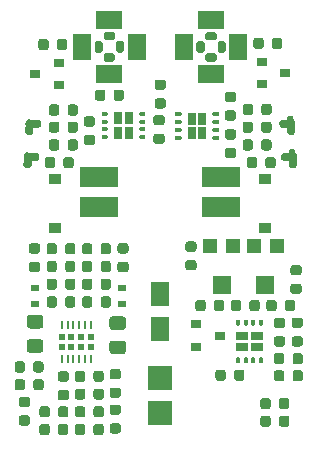
<source format=gtp>
G04 #@! TF.GenerationSoftware,KiCad,Pcbnew,5.1.9-73d0e3b20d~88~ubuntu20.04.1*
G04 #@! TF.CreationDate,2021-06-04T11:55:54+03:00*
G04 #@! TF.ProjectId,differential-tweezer,64696666-6572-4656-9e74-69616c2d7477,rev?*
G04 #@! TF.SameCoordinates,Original*
G04 #@! TF.FileFunction,Paste,Top*
G04 #@! TF.FilePolarity,Positive*
%FSLAX46Y46*%
G04 Gerber Fmt 4.6, Leading zero omitted, Abs format (unit mm)*
G04 Created by KiCad (PCBNEW 5.1.9-73d0e3b20d~88~ubuntu20.04.1) date 2021-06-04 11:55:54*
%MOMM*%
%LPD*%
G01*
G04 APERTURE LIST*
%ADD10R,0.900000X0.800000*%
%ADD11R,1.500000X2.200000*%
%ADD12R,2.200000X1.500000*%
%ADD13R,2.000000X2.000000*%
%ADD14R,1.500000X2.000000*%
%ADD15R,3.200000X1.800000*%
%ADD16R,0.700000X0.600000*%
%ADD17O,0.300000X0.550000*%
%ADD18R,0.300000X0.200000*%
%ADD19R,1.000000X0.650000*%
%ADD20O,0.550000X0.300000*%
%ADD21R,0.200000X0.300000*%
%ADD22R,0.650000X1.000000*%
%ADD23R,0.500000X0.500000*%
%ADD24R,0.250000X0.700000*%
%ADD25R,1.600000X1.500000*%
%ADD26R,1.200000X1.200000*%
%ADD27R,1.000000X0.850000*%
G04 APERTURE END LIST*
G04 #@! TO.C,C21*
G36*
G01*
X10050000Y-8256250D02*
X10050000Y-7743750D01*
G75*
G02*
X10268750Y-7525000I218750J0D01*
G01*
X10706250Y-7525000D01*
G75*
G02*
X10925000Y-7743750I0J-218750D01*
G01*
X10925000Y-8256250D01*
G75*
G02*
X10706250Y-8475000I-218750J0D01*
G01*
X10268750Y-8475000D01*
G75*
G02*
X10050000Y-8256250I0J218750D01*
G01*
G37*
G36*
G01*
X8475000Y-8256250D02*
X8475000Y-7743750D01*
G75*
G02*
X8693750Y-7525000I218750J0D01*
G01*
X9131250Y-7525000D01*
G75*
G02*
X9350000Y-7743750I0J-218750D01*
G01*
X9350000Y-8256250D01*
G75*
G02*
X9131250Y-8475000I-218750J0D01*
G01*
X8693750Y-8475000D01*
G75*
G02*
X8475000Y-8256250I0J218750D01*
G01*
G37*
G04 #@! TD*
G04 #@! TO.C,C20*
G36*
G01*
X14256250Y-7550000D02*
X13743750Y-7550000D01*
G75*
G02*
X13525000Y-7331250I0J218750D01*
G01*
X13525000Y-6893750D01*
G75*
G02*
X13743750Y-6675000I218750J0D01*
G01*
X14256250Y-6675000D01*
G75*
G02*
X14475000Y-6893750I0J-218750D01*
G01*
X14475000Y-7331250D01*
G75*
G02*
X14256250Y-7550000I-218750J0D01*
G01*
G37*
G36*
G01*
X14256250Y-9125000D02*
X13743750Y-9125000D01*
G75*
G02*
X13525000Y-8906250I0J218750D01*
G01*
X13525000Y-8468750D01*
G75*
G02*
X13743750Y-8250000I218750J0D01*
G01*
X14256250Y-8250000D01*
G75*
G02*
X14475000Y-8468750I0J-218750D01*
G01*
X14475000Y-8906250D01*
G75*
G02*
X14256250Y-9125000I-218750J0D01*
G01*
G37*
G04 #@! TD*
D10*
G04 #@! TO.C,D6*
X19050000Y-28350000D03*
X17050000Y-29300000D03*
X17050000Y-27400000D03*
G04 #@! TD*
D11*
G04 #@! TO.C,J8*
X7400000Y-3900000D03*
D12*
X9700000Y-6200000D03*
D11*
X12000000Y-3900000D03*
G36*
G01*
X9375000Y-2650000D02*
X10025000Y-2650000D01*
G75*
G02*
X10200000Y-2825000I0J-175000D01*
G01*
X10200000Y-3175000D01*
G75*
G02*
X10025000Y-3350000I-175000J0D01*
G01*
X9375000Y-3350000D01*
G75*
G02*
X9200000Y-3175000I0J175000D01*
G01*
X9200000Y-2825000D01*
G75*
G02*
X9375000Y-2650000I175000J0D01*
G01*
G37*
G36*
G01*
X9150000Y-3575000D02*
X9150000Y-4225000D01*
G75*
G02*
X8975000Y-4400000I-175000J0D01*
G01*
X8625000Y-4400000D01*
G75*
G02*
X8450000Y-4225000I0J175000D01*
G01*
X8450000Y-3575000D01*
G75*
G02*
X8625000Y-3400000I175000J0D01*
G01*
X8975000Y-3400000D01*
G75*
G02*
X9150000Y-3575000I0J-175000D01*
G01*
G37*
G36*
G01*
X9375000Y-4450000D02*
X10025000Y-4450000D01*
G75*
G02*
X10200000Y-4625000I0J-175000D01*
G01*
X10200000Y-4975000D01*
G75*
G02*
X10025000Y-5150000I-175000J0D01*
G01*
X9375000Y-5150000D01*
G75*
G02*
X9200000Y-4975000I0J175000D01*
G01*
X9200000Y-4625000D01*
G75*
G02*
X9375000Y-4450000I175000J0D01*
G01*
G37*
D12*
X9700000Y-1600000D03*
G36*
G01*
X10950000Y-3575000D02*
X10950000Y-4225000D01*
G75*
G02*
X10775000Y-4400000I-175000J0D01*
G01*
X10425000Y-4400000D01*
G75*
G02*
X10250000Y-4225000I0J175000D01*
G01*
X10250000Y-3575000D01*
G75*
G02*
X10425000Y-3400000I175000J0D01*
G01*
X10775000Y-3400000D01*
G75*
G02*
X10950000Y-3575000I0J-175000D01*
G01*
G37*
G04 #@! TD*
G04 #@! TO.C,L4*
G36*
G01*
X3850001Y-27750000D02*
X2949999Y-27750000D01*
G75*
G02*
X2700000Y-27500001I0J249999D01*
G01*
X2700000Y-26849999D01*
G75*
G02*
X2949999Y-26600000I249999J0D01*
G01*
X3850001Y-26600000D01*
G75*
G02*
X4100000Y-26849999I0J-249999D01*
G01*
X4100000Y-27500001D01*
G75*
G02*
X3850001Y-27750000I-249999J0D01*
G01*
G37*
G36*
G01*
X3850001Y-29800000D02*
X2949999Y-29800000D01*
G75*
G02*
X2700000Y-29550001I0J249999D01*
G01*
X2700000Y-28899999D01*
G75*
G02*
X2949999Y-28650000I249999J0D01*
G01*
X3850001Y-28650000D01*
G75*
G02*
X4100000Y-28899999I0J-249999D01*
G01*
X4100000Y-29550001D01*
G75*
G02*
X3850001Y-29800000I-249999J0D01*
G01*
G37*
G04 #@! TD*
G04 #@! TO.C,L3*
G36*
G01*
X10850001Y-27875000D02*
X9949999Y-27875000D01*
G75*
G02*
X9700000Y-27625001I0J249999D01*
G01*
X9700000Y-26974999D01*
G75*
G02*
X9949999Y-26725000I249999J0D01*
G01*
X10850001Y-26725000D01*
G75*
G02*
X11100000Y-26974999I0J-249999D01*
G01*
X11100000Y-27625001D01*
G75*
G02*
X10850001Y-27875000I-249999J0D01*
G01*
G37*
G36*
G01*
X10850001Y-29925000D02*
X9949999Y-29925000D01*
G75*
G02*
X9700000Y-29675001I0J249999D01*
G01*
X9700000Y-29024999D01*
G75*
G02*
X9949999Y-28775000I249999J0D01*
G01*
X10850001Y-28775000D01*
G75*
G02*
X11100000Y-29024999I0J-249999D01*
G01*
X11100000Y-29675001D01*
G75*
G02*
X10850001Y-29925000I-249999J0D01*
G01*
G37*
G04 #@! TD*
G04 #@! TO.C,C22*
G36*
G01*
X13643750Y-11250000D02*
X14156250Y-11250000D01*
G75*
G02*
X14375000Y-11468750I0J-218750D01*
G01*
X14375000Y-11906250D01*
G75*
G02*
X14156250Y-12125000I-218750J0D01*
G01*
X13643750Y-12125000D01*
G75*
G02*
X13425000Y-11906250I0J218750D01*
G01*
X13425000Y-11468750D01*
G75*
G02*
X13643750Y-11250000I218750J0D01*
G01*
G37*
G36*
G01*
X13643750Y-9675000D02*
X14156250Y-9675000D01*
G75*
G02*
X14375000Y-9893750I0J-218750D01*
G01*
X14375000Y-10331250D01*
G75*
G02*
X14156250Y-10550000I-218750J0D01*
G01*
X13643750Y-10550000D01*
G75*
G02*
X13425000Y-10331250I0J218750D01*
G01*
X13425000Y-9893750D01*
G75*
G02*
X13643750Y-9675000I218750J0D01*
G01*
G37*
G04 #@! TD*
D13*
G04 #@! TO.C,J2*
X14000000Y-31900000D03*
X14000000Y-34900000D03*
G04 #@! TD*
G04 #@! TO.C,J4*
G36*
G01*
X25299309Y-11332997D02*
X24899857Y-11353932D01*
G75*
G02*
X24847309Y-11306618I-2617J49931D01*
G01*
X24842075Y-11206755D01*
G75*
G02*
X24889389Y-11154207I49931J2617D01*
G01*
X25288841Y-11133272D01*
G75*
G02*
X25341389Y-11180586I2617J-49931D01*
G01*
X25346623Y-11280449D01*
G75*
G02*
X25299309Y-11332997I-49931J-2617D01*
G01*
G37*
G36*
G01*
X25270524Y-10783750D02*
X24871072Y-10804685D01*
G75*
G02*
X24818524Y-10757371I-2617J49931D01*
G01*
X24813290Y-10657508D01*
G75*
G02*
X24860604Y-10604960I49931J2617D01*
G01*
X25260056Y-10584025D01*
G75*
G02*
X25312604Y-10631339I2617J-49931D01*
G01*
X25317838Y-10731202D01*
G75*
G02*
X25270524Y-10783750I-49931J-2617D01*
G01*
G37*
G36*
G01*
X24111633Y-10644212D02*
X24090698Y-10244760D01*
G75*
G02*
X24138012Y-10192212I49931J2617D01*
G01*
X24237875Y-10186978D01*
G75*
G02*
X24290423Y-10234292I2617J-49931D01*
G01*
X24311358Y-10633744D01*
G75*
G02*
X24264044Y-10686292I-49931J-2617D01*
G01*
X24164181Y-10691526D01*
G75*
G02*
X24111633Y-10644212I-2617J49931D01*
G01*
G37*
G36*
G01*
X24891016Y-9752199D02*
X25140673Y-9739115D01*
G75*
G02*
X25272044Y-9857402I6542J-124829D01*
G01*
X25295595Y-10306786D01*
G75*
G02*
X25177308Y-10438157I-124829J-6542D01*
G01*
X24927651Y-10451241D01*
G75*
G02*
X24796280Y-10332954I-6542J124829D01*
G01*
X24772729Y-9883570D01*
G75*
G02*
X24891016Y-9752199I124829J6542D01*
G01*
G37*
G36*
G01*
X24110324Y-10619246D02*
X24092006Y-10269725D01*
G75*
G02*
X24257607Y-10085806I174760J9159D01*
G01*
X25206305Y-10036087D01*
G75*
G02*
X25390224Y-10201688I9159J-174760D01*
G01*
X25408542Y-10551209D01*
G75*
G02*
X25242941Y-10735128I-174760J-9159D01*
G01*
X24294243Y-10784847D01*
G75*
G02*
X24110324Y-10619246I-9159J174760D01*
G01*
G37*
G36*
G01*
X24856785Y-10054405D02*
X25206306Y-10036087D01*
G75*
G02*
X25390225Y-10201688I9159J-174760D01*
G01*
X25439944Y-11150386D01*
G75*
G02*
X25274343Y-11334305I-174760J-9159D01*
G01*
X24924822Y-11352623D01*
G75*
G02*
X24740903Y-11187022I-9159J174760D01*
G01*
X24691184Y-10238324D01*
G75*
G02*
X24856785Y-10054405I174760J9159D01*
G01*
G37*
G04 #@! TD*
G04 #@! TO.C,J3*
G36*
G01*
X25449309Y-14132997D02*
X25049857Y-14153932D01*
G75*
G02*
X24997309Y-14106618I-2617J49931D01*
G01*
X24992075Y-14006755D01*
G75*
G02*
X25039389Y-13954207I49931J2617D01*
G01*
X25438841Y-13933272D01*
G75*
G02*
X25491389Y-13980586I2617J-49931D01*
G01*
X25496623Y-14080449D01*
G75*
G02*
X25449309Y-14132997I-49931J-2617D01*
G01*
G37*
G36*
G01*
X25420524Y-13583750D02*
X25021072Y-13604685D01*
G75*
G02*
X24968524Y-13557371I-2617J49931D01*
G01*
X24963290Y-13457508D01*
G75*
G02*
X25010604Y-13404960I49931J2617D01*
G01*
X25410056Y-13384025D01*
G75*
G02*
X25462604Y-13431339I2617J-49931D01*
G01*
X25467838Y-13531202D01*
G75*
G02*
X25420524Y-13583750I-49931J-2617D01*
G01*
G37*
G36*
G01*
X24261633Y-13444212D02*
X24240698Y-13044760D01*
G75*
G02*
X24288012Y-12992212I49931J2617D01*
G01*
X24387875Y-12986978D01*
G75*
G02*
X24440423Y-13034292I2617J-49931D01*
G01*
X24461358Y-13433744D01*
G75*
G02*
X24414044Y-13486292I-49931J-2617D01*
G01*
X24314181Y-13491526D01*
G75*
G02*
X24261633Y-13444212I-2617J49931D01*
G01*
G37*
G36*
G01*
X25041016Y-12552199D02*
X25290673Y-12539115D01*
G75*
G02*
X25422044Y-12657402I6542J-124829D01*
G01*
X25445595Y-13106786D01*
G75*
G02*
X25327308Y-13238157I-124829J-6542D01*
G01*
X25077651Y-13251241D01*
G75*
G02*
X24946280Y-13132954I-6542J124829D01*
G01*
X24922729Y-12683570D01*
G75*
G02*
X25041016Y-12552199I124829J6542D01*
G01*
G37*
G36*
G01*
X24260324Y-13419246D02*
X24242006Y-13069725D01*
G75*
G02*
X24407607Y-12885806I174760J9159D01*
G01*
X25356305Y-12836087D01*
G75*
G02*
X25540224Y-13001688I9159J-174760D01*
G01*
X25558542Y-13351209D01*
G75*
G02*
X25392941Y-13535128I-174760J-9159D01*
G01*
X24444243Y-13584847D01*
G75*
G02*
X24260324Y-13419246I-9159J174760D01*
G01*
G37*
G36*
G01*
X25006785Y-12854405D02*
X25356306Y-12836087D01*
G75*
G02*
X25540225Y-13001688I9159J-174760D01*
G01*
X25589944Y-13950386D01*
G75*
G02*
X25424343Y-14134305I-174760J-9159D01*
G01*
X25074822Y-14152623D01*
G75*
G02*
X24890903Y-13987022I-9159J174760D01*
G01*
X24841184Y-13038324D01*
G75*
G02*
X25006785Y-12854405I174760J9159D01*
G01*
G37*
G04 #@! TD*
G04 #@! TO.C,J6*
G36*
G01*
X3759302Y-13044760D02*
X3738367Y-13444212D01*
G75*
G02*
X3685819Y-13491526I-49931J2617D01*
G01*
X3585956Y-13486292D01*
G75*
G02*
X3538642Y-13433744I2617J49931D01*
G01*
X3559577Y-13034292D01*
G75*
G02*
X3612125Y-12986978I49931J-2617D01*
G01*
X3711988Y-12992212D01*
G75*
G02*
X3759302Y-13044760I-2617J-49931D01*
G01*
G37*
G36*
G01*
X2950143Y-14153932D02*
X2550691Y-14132997D01*
G75*
G02*
X2503377Y-14080449I2617J49931D01*
G01*
X2508611Y-13980586D01*
G75*
G02*
X2561159Y-13933272I49931J-2617D01*
G01*
X2960611Y-13954207D01*
G75*
G02*
X3007925Y-14006755I-2617J-49931D01*
G01*
X3002691Y-14106618D01*
G75*
G02*
X2950143Y-14153932I-49931J2617D01*
G01*
G37*
G36*
G01*
X2925178Y-14152623D02*
X2575657Y-14134305D01*
G75*
G02*
X2410056Y-13950386I9159J174760D01*
G01*
X2459775Y-13001688D01*
G75*
G02*
X2643694Y-12836087I174760J-9159D01*
G01*
X2993215Y-12854405D01*
G75*
G02*
X3158816Y-13038324I-9159J-174760D01*
G01*
X3109097Y-13987022D01*
G75*
G02*
X2925178Y-14152623I-174760J9159D01*
G01*
G37*
G36*
G01*
X2441458Y-13351209D02*
X2459776Y-13001688D01*
G75*
G02*
X2643695Y-12836087I174760J-9159D01*
G01*
X3592393Y-12885806D01*
G75*
G02*
X3757994Y-13069725I-9159J-174760D01*
G01*
X3739676Y-13419246D01*
G75*
G02*
X3555757Y-13584847I-174760J9159D01*
G01*
X2607059Y-13535128D01*
G75*
G02*
X2441458Y-13351209I9159J174760D01*
G01*
G37*
G04 #@! TD*
G04 #@! TO.C,J5*
G36*
G01*
X3909302Y-10244760D02*
X3888367Y-10644212D01*
G75*
G02*
X3835819Y-10691526I-49931J2617D01*
G01*
X3735956Y-10686292D01*
G75*
G02*
X3688642Y-10633744I2617J49931D01*
G01*
X3709577Y-10234292D01*
G75*
G02*
X3762125Y-10186978I49931J-2617D01*
G01*
X3861988Y-10192212D01*
G75*
G02*
X3909302Y-10244760I-2617J-49931D01*
G01*
G37*
G36*
G01*
X3100143Y-11353932D02*
X2700691Y-11332997D01*
G75*
G02*
X2653377Y-11280449I2617J49931D01*
G01*
X2658611Y-11180586D01*
G75*
G02*
X2711159Y-11133272I49931J-2617D01*
G01*
X3110611Y-11154207D01*
G75*
G02*
X3157925Y-11206755I-2617J-49931D01*
G01*
X3152691Y-11306618D01*
G75*
G02*
X3100143Y-11353932I-49931J2617D01*
G01*
G37*
G36*
G01*
X3075178Y-11352623D02*
X2725657Y-11334305D01*
G75*
G02*
X2560056Y-11150386I9159J174760D01*
G01*
X2609775Y-10201688D01*
G75*
G02*
X2793694Y-10036087I174760J-9159D01*
G01*
X3143215Y-10054405D01*
G75*
G02*
X3308816Y-10238324I-9159J-174760D01*
G01*
X3259097Y-11187022D01*
G75*
G02*
X3075178Y-11352623I-174760J9159D01*
G01*
G37*
G36*
G01*
X2591458Y-10551209D02*
X2609776Y-10201688D01*
G75*
G02*
X2793695Y-10036087I174760J-9159D01*
G01*
X3742393Y-10085806D01*
G75*
G02*
X3907994Y-10269725I-9159J-174760D01*
G01*
X3889676Y-10619246D01*
G75*
G02*
X3705757Y-10784847I-174760J9159D01*
G01*
X2757059Y-10735128D01*
G75*
G02*
X2591458Y-10551209I9159J174760D01*
G01*
G37*
G04 #@! TD*
D14*
G04 #@! TO.C,J1*
X14000000Y-27800000D03*
X14000000Y-24800000D03*
G04 #@! TD*
D11*
G04 #@! TO.C,J7*
X16000000Y-3900000D03*
D12*
X18300000Y-6200000D03*
D11*
X20600000Y-3900000D03*
G36*
G01*
X17975000Y-2650000D02*
X18625000Y-2650000D01*
G75*
G02*
X18800000Y-2825000I0J-175000D01*
G01*
X18800000Y-3175000D01*
G75*
G02*
X18625000Y-3350000I-175000J0D01*
G01*
X17975000Y-3350000D01*
G75*
G02*
X17800000Y-3175000I0J175000D01*
G01*
X17800000Y-2825000D01*
G75*
G02*
X17975000Y-2650000I175000J0D01*
G01*
G37*
G36*
G01*
X17750000Y-3575000D02*
X17750000Y-4225000D01*
G75*
G02*
X17575000Y-4400000I-175000J0D01*
G01*
X17225000Y-4400000D01*
G75*
G02*
X17050000Y-4225000I0J175000D01*
G01*
X17050000Y-3575000D01*
G75*
G02*
X17225000Y-3400000I175000J0D01*
G01*
X17575000Y-3400000D01*
G75*
G02*
X17750000Y-3575000I0J-175000D01*
G01*
G37*
G36*
G01*
X17975000Y-4450000D02*
X18625000Y-4450000D01*
G75*
G02*
X18800000Y-4625000I0J-175000D01*
G01*
X18800000Y-4975000D01*
G75*
G02*
X18625000Y-5150000I-175000J0D01*
G01*
X17975000Y-5150000D01*
G75*
G02*
X17800000Y-4975000I0J175000D01*
G01*
X17800000Y-4625000D01*
G75*
G02*
X17975000Y-4450000I175000J0D01*
G01*
G37*
D12*
X18300000Y-1600000D03*
G36*
G01*
X19550000Y-3575000D02*
X19550000Y-4225000D01*
G75*
G02*
X19375000Y-4400000I-175000J0D01*
G01*
X19025000Y-4400000D01*
G75*
G02*
X18850000Y-4225000I0J175000D01*
G01*
X18850000Y-3575000D01*
G75*
G02*
X19025000Y-3400000I175000J0D01*
G01*
X19375000Y-3400000D01*
G75*
G02*
X19550000Y-3575000I0J-175000D01*
G01*
G37*
G04 #@! TD*
G04 #@! TO.C,R23*
G36*
G01*
X22550000Y-9456250D02*
X22550000Y-8943750D01*
G75*
G02*
X22768750Y-8725000I218750J0D01*
G01*
X23206250Y-8725000D01*
G75*
G02*
X23425000Y-8943750I0J-218750D01*
G01*
X23425000Y-9456250D01*
G75*
G02*
X23206250Y-9675000I-218750J0D01*
G01*
X22768750Y-9675000D01*
G75*
G02*
X22550000Y-9456250I0J218750D01*
G01*
G37*
G36*
G01*
X20975000Y-9456250D02*
X20975000Y-8943750D01*
G75*
G02*
X21193750Y-8725000I218750J0D01*
G01*
X21631250Y-8725000D01*
G75*
G02*
X21850000Y-8943750I0J-218750D01*
G01*
X21850000Y-9456250D01*
G75*
G02*
X21631250Y-9675000I-218750J0D01*
G01*
X21193750Y-9675000D01*
G75*
G02*
X20975000Y-9456250I0J218750D01*
G01*
G37*
G04 #@! TD*
G04 #@! TO.C,R11*
G36*
G01*
X5450000Y-11943750D02*
X5450000Y-12456250D01*
G75*
G02*
X5231250Y-12675000I-218750J0D01*
G01*
X4793750Y-12675000D01*
G75*
G02*
X4575000Y-12456250I0J218750D01*
G01*
X4575000Y-11943750D01*
G75*
G02*
X4793750Y-11725000I218750J0D01*
G01*
X5231250Y-11725000D01*
G75*
G02*
X5450000Y-11943750I0J-218750D01*
G01*
G37*
G36*
G01*
X7025000Y-11943750D02*
X7025000Y-12456250D01*
G75*
G02*
X6806250Y-12675000I-218750J0D01*
G01*
X6368750Y-12675000D01*
G75*
G02*
X6150000Y-12456250I0J218750D01*
G01*
X6150000Y-11943750D01*
G75*
G02*
X6368750Y-11725000I218750J0D01*
G01*
X6806250Y-11725000D01*
G75*
G02*
X7025000Y-11943750I0J-218750D01*
G01*
G37*
G04 #@! TD*
G04 #@! TO.C,L9*
G36*
G01*
X9943750Y-32750000D02*
X10456250Y-32750000D01*
G75*
G02*
X10675000Y-32968750I0J-218750D01*
G01*
X10675000Y-33406250D01*
G75*
G02*
X10456250Y-33625000I-218750J0D01*
G01*
X9943750Y-33625000D01*
G75*
G02*
X9725000Y-33406250I0J218750D01*
G01*
X9725000Y-32968750D01*
G75*
G02*
X9943750Y-32750000I218750J0D01*
G01*
G37*
G36*
G01*
X9943750Y-31175000D02*
X10456250Y-31175000D01*
G75*
G02*
X10675000Y-31393750I0J-218750D01*
G01*
X10675000Y-31831250D01*
G75*
G02*
X10456250Y-32050000I-218750J0D01*
G01*
X9943750Y-32050000D01*
G75*
G02*
X9725000Y-31831250I0J218750D01*
G01*
X9725000Y-31393750D01*
G75*
G02*
X9943750Y-31175000I218750J0D01*
G01*
G37*
G04 #@! TD*
D10*
G04 #@! TO.C,D5*
X3400000Y-6200000D03*
X5400000Y-5250000D03*
X5400000Y-7150000D03*
G04 #@! TD*
G04 #@! TO.C,D4*
X24600000Y-6100000D03*
X22600000Y-7050000D03*
X22600000Y-5150000D03*
G04 #@! TD*
G04 #@! TO.C,C11*
G36*
G01*
X6150000Y-10956250D02*
X6150000Y-10443750D01*
G75*
G02*
X6368750Y-10225000I218750J0D01*
G01*
X6806250Y-10225000D01*
G75*
G02*
X7025000Y-10443750I0J-218750D01*
G01*
X7025000Y-10956250D01*
G75*
G02*
X6806250Y-11175000I-218750J0D01*
G01*
X6368750Y-11175000D01*
G75*
G02*
X6150000Y-10956250I0J218750D01*
G01*
G37*
G36*
G01*
X4575000Y-10956250D02*
X4575000Y-10443750D01*
G75*
G02*
X4793750Y-10225000I218750J0D01*
G01*
X5231250Y-10225000D01*
G75*
G02*
X5450000Y-10443750I0J-218750D01*
G01*
X5450000Y-10956250D01*
G75*
G02*
X5231250Y-11175000I-218750J0D01*
G01*
X4793750Y-11175000D01*
G75*
G02*
X4575000Y-10956250I0J218750D01*
G01*
G37*
G04 #@! TD*
G04 #@! TO.C,C1*
G36*
G01*
X22550000Y-10956250D02*
X22550000Y-10443750D01*
G75*
G02*
X22768750Y-10225000I218750J0D01*
G01*
X23206250Y-10225000D01*
G75*
G02*
X23425000Y-10443750I0J-218750D01*
G01*
X23425000Y-10956250D01*
G75*
G02*
X23206250Y-11175000I-218750J0D01*
G01*
X22768750Y-11175000D01*
G75*
G02*
X22550000Y-10956250I0J218750D01*
G01*
G37*
G36*
G01*
X20975000Y-10956250D02*
X20975000Y-10443750D01*
G75*
G02*
X21193750Y-10225000I218750J0D01*
G01*
X21631250Y-10225000D01*
G75*
G02*
X21850000Y-10443750I0J-218750D01*
G01*
X21850000Y-10956250D01*
G75*
G02*
X21631250Y-11175000I-218750J0D01*
G01*
X21193750Y-11175000D01*
G75*
G02*
X20975000Y-10956250I0J218750D01*
G01*
G37*
G04 #@! TD*
G04 #@! TO.C,R8*
G36*
G01*
X23350000Y-33843750D02*
X23350000Y-34356250D01*
G75*
G02*
X23131250Y-34575000I-218750J0D01*
G01*
X22693750Y-34575000D01*
G75*
G02*
X22475000Y-34356250I0J218750D01*
G01*
X22475000Y-33843750D01*
G75*
G02*
X22693750Y-33625000I218750J0D01*
G01*
X23131250Y-33625000D01*
G75*
G02*
X23350000Y-33843750I0J-218750D01*
G01*
G37*
G36*
G01*
X24925000Y-33843750D02*
X24925000Y-34356250D01*
G75*
G02*
X24706250Y-34575000I-218750J0D01*
G01*
X24268750Y-34575000D01*
G75*
G02*
X24050000Y-34356250I0J218750D01*
G01*
X24050000Y-33843750D01*
G75*
G02*
X24268750Y-33625000I218750J0D01*
G01*
X24706250Y-33625000D01*
G75*
G02*
X24925000Y-33843750I0J-218750D01*
G01*
G37*
G04 #@! TD*
G04 #@! TO.C,D3*
G36*
G01*
X24050000Y-35856250D02*
X24050000Y-35343750D01*
G75*
G02*
X24268750Y-35125000I218750J0D01*
G01*
X24706250Y-35125000D01*
G75*
G02*
X24925000Y-35343750I0J-218750D01*
G01*
X24925000Y-35856250D01*
G75*
G02*
X24706250Y-36075000I-218750J0D01*
G01*
X24268750Y-36075000D01*
G75*
G02*
X24050000Y-35856250I0J218750D01*
G01*
G37*
G36*
G01*
X22475000Y-35856250D02*
X22475000Y-35343750D01*
G75*
G02*
X22693750Y-35125000I218750J0D01*
G01*
X23131250Y-35125000D01*
G75*
G02*
X23350000Y-35343750I0J-218750D01*
G01*
X23350000Y-35856250D01*
G75*
G02*
X23131250Y-36075000I-218750J0D01*
G01*
X22693750Y-36075000D01*
G75*
G02*
X22475000Y-35856250I0J218750D01*
G01*
G37*
G04 #@! TD*
G04 #@! TO.C,R7*
G36*
G01*
X16343750Y-21950000D02*
X16856250Y-21950000D01*
G75*
G02*
X17075000Y-22168750I0J-218750D01*
G01*
X17075000Y-22606250D01*
G75*
G02*
X16856250Y-22825000I-218750J0D01*
G01*
X16343750Y-22825000D01*
G75*
G02*
X16125000Y-22606250I0J218750D01*
G01*
X16125000Y-22168750D01*
G75*
G02*
X16343750Y-21950000I218750J0D01*
G01*
G37*
G36*
G01*
X16343750Y-20375000D02*
X16856250Y-20375000D01*
G75*
G02*
X17075000Y-20593750I0J-218750D01*
G01*
X17075000Y-21031250D01*
G75*
G02*
X16856250Y-21250000I-218750J0D01*
G01*
X16343750Y-21250000D01*
G75*
G02*
X16125000Y-21031250I0J218750D01*
G01*
X16125000Y-20593750D01*
G75*
G02*
X16343750Y-20375000I218750J0D01*
G01*
G37*
G04 #@! TD*
G04 #@! TO.C,C10*
G36*
G01*
X25756250Y-23250000D02*
X25243750Y-23250000D01*
G75*
G02*
X25025000Y-23031250I0J218750D01*
G01*
X25025000Y-22593750D01*
G75*
G02*
X25243750Y-22375000I218750J0D01*
G01*
X25756250Y-22375000D01*
G75*
G02*
X25975000Y-22593750I0J-218750D01*
G01*
X25975000Y-23031250D01*
G75*
G02*
X25756250Y-23250000I-218750J0D01*
G01*
G37*
G36*
G01*
X25756250Y-24825000D02*
X25243750Y-24825000D01*
G75*
G02*
X25025000Y-24606250I0J218750D01*
G01*
X25025000Y-24168750D01*
G75*
G02*
X25243750Y-23950000I218750J0D01*
G01*
X25756250Y-23950000D01*
G75*
G02*
X25975000Y-24168750I0J-218750D01*
G01*
X25975000Y-24606250D01*
G75*
G02*
X25756250Y-24825000I-218750J0D01*
G01*
G37*
G04 #@! TD*
D15*
G04 #@! TO.C,SW1*
X19150000Y-17500000D03*
X8850000Y-17500000D03*
X19150000Y-14900000D03*
X8850000Y-14900000D03*
G04 #@! TD*
G04 #@! TO.C,R12*
G36*
G01*
X22200000Y-13443750D02*
X22200000Y-13956250D01*
G75*
G02*
X21981250Y-14175000I-218750J0D01*
G01*
X21543750Y-14175000D01*
G75*
G02*
X21325000Y-13956250I0J218750D01*
G01*
X21325000Y-13443750D01*
G75*
G02*
X21543750Y-13225000I218750J0D01*
G01*
X21981250Y-13225000D01*
G75*
G02*
X22200000Y-13443750I0J-218750D01*
G01*
G37*
G36*
G01*
X23775000Y-13443750D02*
X23775000Y-13956250D01*
G75*
G02*
X23556250Y-14175000I-218750J0D01*
G01*
X23118750Y-14175000D01*
G75*
G02*
X22900000Y-13956250I0J218750D01*
G01*
X22900000Y-13443750D01*
G75*
G02*
X23118750Y-13225000I218750J0D01*
G01*
X23556250Y-13225000D01*
G75*
G02*
X23775000Y-13443750I0J-218750D01*
G01*
G37*
G04 #@! TD*
G04 #@! TO.C,L8*
G36*
G01*
X3606250Y-21400000D02*
X3093750Y-21400000D01*
G75*
G02*
X2875000Y-21181250I0J218750D01*
G01*
X2875000Y-20743750D01*
G75*
G02*
X3093750Y-20525000I218750J0D01*
G01*
X3606250Y-20525000D01*
G75*
G02*
X3825000Y-20743750I0J-218750D01*
G01*
X3825000Y-21181250D01*
G75*
G02*
X3606250Y-21400000I-218750J0D01*
G01*
G37*
G36*
G01*
X3606250Y-22975000D02*
X3093750Y-22975000D01*
G75*
G02*
X2875000Y-22756250I0J218750D01*
G01*
X2875000Y-22318750D01*
G75*
G02*
X3093750Y-22100000I218750J0D01*
G01*
X3606250Y-22100000D01*
G75*
G02*
X3825000Y-22318750I0J-218750D01*
G01*
X3825000Y-22756250D01*
G75*
G02*
X3606250Y-22975000I-218750J0D01*
G01*
G37*
G04 #@! TD*
G04 #@! TO.C,L7*
G36*
G01*
X11106250Y-21400000D02*
X10593750Y-21400000D01*
G75*
G02*
X10375000Y-21181250I0J218750D01*
G01*
X10375000Y-20743750D01*
G75*
G02*
X10593750Y-20525000I218750J0D01*
G01*
X11106250Y-20525000D01*
G75*
G02*
X11325000Y-20743750I0J-218750D01*
G01*
X11325000Y-21181250D01*
G75*
G02*
X11106250Y-21400000I-218750J0D01*
G01*
G37*
G36*
G01*
X11106250Y-22975000D02*
X10593750Y-22975000D01*
G75*
G02*
X10375000Y-22756250I0J218750D01*
G01*
X10375000Y-22318750D01*
G75*
G02*
X10593750Y-22100000I218750J0D01*
G01*
X11106250Y-22100000D01*
G75*
G02*
X11325000Y-22318750I0J-218750D01*
G01*
X11325000Y-22756250D01*
G75*
G02*
X11106250Y-22975000I-218750J0D01*
G01*
G37*
G04 #@! TD*
G04 #@! TO.C,L1*
G36*
G01*
X10456250Y-35062500D02*
X9943750Y-35062500D01*
G75*
G02*
X9725000Y-34843750I0J218750D01*
G01*
X9725000Y-34406250D01*
G75*
G02*
X9943750Y-34187500I218750J0D01*
G01*
X10456250Y-34187500D01*
G75*
G02*
X10675000Y-34406250I0J-218750D01*
G01*
X10675000Y-34843750D01*
G75*
G02*
X10456250Y-35062500I-218750J0D01*
G01*
G37*
G36*
G01*
X10456250Y-36637500D02*
X9943750Y-36637500D01*
G75*
G02*
X9725000Y-36418750I0J218750D01*
G01*
X9725000Y-35981250D01*
G75*
G02*
X9943750Y-35762500I218750J0D01*
G01*
X10456250Y-35762500D01*
G75*
G02*
X10675000Y-35981250I0J-218750D01*
G01*
X10675000Y-36418750D01*
G75*
G02*
X10456250Y-36637500I-218750J0D01*
G01*
G37*
G04 #@! TD*
G04 #@! TO.C,R15*
G36*
G01*
X5450000Y-8993750D02*
X5450000Y-9506250D01*
G75*
G02*
X5231250Y-9725000I-218750J0D01*
G01*
X4793750Y-9725000D01*
G75*
G02*
X4575000Y-9506250I0J218750D01*
G01*
X4575000Y-8993750D01*
G75*
G02*
X4793750Y-8775000I218750J0D01*
G01*
X5231250Y-8775000D01*
G75*
G02*
X5450000Y-8993750I0J-218750D01*
G01*
G37*
G36*
G01*
X7025000Y-8993750D02*
X7025000Y-9506250D01*
G75*
G02*
X6806250Y-9725000I-218750J0D01*
G01*
X6368750Y-9725000D01*
G75*
G02*
X6150000Y-9506250I0J218750D01*
G01*
X6150000Y-8993750D01*
G75*
G02*
X6368750Y-8775000I218750J0D01*
G01*
X6806250Y-8775000D01*
G75*
G02*
X7025000Y-8993750I0J-218750D01*
G01*
G37*
G04 #@! TD*
G04 #@! TO.C,C26*
G36*
G01*
X7650000Y-33043750D02*
X7650000Y-33556250D01*
G75*
G02*
X7431250Y-33775000I-218750J0D01*
G01*
X6993750Y-33775000D01*
G75*
G02*
X6775000Y-33556250I0J218750D01*
G01*
X6775000Y-33043750D01*
G75*
G02*
X6993750Y-32825000I218750J0D01*
G01*
X7431250Y-32825000D01*
G75*
G02*
X7650000Y-33043750I0J-218750D01*
G01*
G37*
G36*
G01*
X9225000Y-33043750D02*
X9225000Y-33556250D01*
G75*
G02*
X9006250Y-33775000I-218750J0D01*
G01*
X8568750Y-33775000D01*
G75*
G02*
X8350000Y-33556250I0J218750D01*
G01*
X8350000Y-33043750D01*
G75*
G02*
X8568750Y-32825000I218750J0D01*
G01*
X9006250Y-32825000D01*
G75*
G02*
X9225000Y-33043750I0J-218750D01*
G01*
G37*
G04 #@! TD*
D16*
G04 #@! TO.C,D2*
X10800000Y-24300000D03*
X10800000Y-25700000D03*
G04 #@! TD*
G04 #@! TO.C,D1*
X3400000Y-25700000D03*
X3400000Y-24300000D03*
G04 #@! TD*
D17*
G04 #@! TO.C,U4*
X22525000Y-30400000D03*
X21875000Y-30400000D03*
D18*
X21225000Y-30600000D03*
X20575000Y-30600000D03*
X20575000Y-27100000D03*
D17*
X21225000Y-27300000D03*
D18*
X21875000Y-27100000D03*
X22525000Y-27100000D03*
D19*
X20925000Y-29300000D03*
X20925000Y-28400000D03*
X22175000Y-29300000D03*
X22175000Y-28400000D03*
D18*
X22525000Y-30600000D03*
X21875000Y-30600000D03*
D17*
X21225000Y-30400000D03*
X20575000Y-30400000D03*
X20575000Y-27300000D03*
D18*
X21225000Y-27100000D03*
D17*
X21875000Y-27300000D03*
X22525000Y-27300000D03*
G04 #@! TD*
D20*
G04 #@! TO.C,U3*
X12450000Y-9575000D03*
X12450000Y-10225000D03*
D21*
X12650000Y-10875000D03*
X12650000Y-11525000D03*
X9150000Y-11525000D03*
D20*
X9350000Y-10875000D03*
D21*
X9150000Y-10225000D03*
X9150000Y-9575000D03*
D22*
X11350000Y-11175000D03*
X10450000Y-11175000D03*
X11350000Y-9925000D03*
X10450000Y-9925000D03*
D21*
X12650000Y-9575000D03*
X12650000Y-10225000D03*
D20*
X12450000Y-10875000D03*
X12450000Y-11525000D03*
X9350000Y-11525000D03*
D21*
X9150000Y-10875000D03*
D20*
X9350000Y-10225000D03*
X9350000Y-9575000D03*
G04 #@! TD*
G04 #@! TO.C,U2*
X15550000Y-11575000D03*
X15550000Y-10925000D03*
D21*
X15350000Y-10275000D03*
X15350000Y-9625000D03*
X18850000Y-9625000D03*
D20*
X18650000Y-10275000D03*
D21*
X18850000Y-10925000D03*
X18850000Y-11575000D03*
D22*
X16650000Y-9975000D03*
X17550000Y-9975000D03*
X16650000Y-11225000D03*
X17550000Y-11225000D03*
D21*
X15350000Y-11575000D03*
X15350000Y-10925000D03*
D20*
X15550000Y-10275000D03*
X15550000Y-9625000D03*
X18650000Y-9625000D03*
D21*
X18850000Y-10275000D03*
D20*
X18650000Y-10925000D03*
X18650000Y-11575000D03*
G04 #@! TD*
D23*
G04 #@! TO.C,U1*
X5662500Y-28475000D03*
X5662500Y-29325000D03*
X6487500Y-28475000D03*
X6487500Y-29325000D03*
X7312500Y-28475000D03*
X7312500Y-29325000D03*
X8137500Y-29325000D03*
X8137500Y-28475000D03*
D24*
X8150000Y-30350000D03*
X7650000Y-30350000D03*
X7150000Y-30350000D03*
X6650000Y-30350000D03*
X6150000Y-30350000D03*
X5650000Y-30350000D03*
X5650000Y-27450000D03*
X6150000Y-27450000D03*
X6650000Y-27450000D03*
X7150000Y-27450000D03*
X7650000Y-27450000D03*
X8150000Y-27450000D03*
G04 #@! TD*
D25*
G04 #@! TO.C,RV2*
X22900000Y-24050000D03*
D26*
X21900000Y-20800000D03*
X23900000Y-20800000D03*
G04 #@! TD*
D25*
G04 #@! TO.C,RV1*
X19200000Y-24050000D03*
D26*
X18200000Y-20800000D03*
X20200000Y-20800000D03*
G04 #@! TD*
G04 #@! TO.C,R22*
G36*
G01*
X20250000Y-31956250D02*
X20250000Y-31443750D01*
G75*
G02*
X20468750Y-31225000I218750J0D01*
G01*
X20906250Y-31225000D01*
G75*
G02*
X21125000Y-31443750I0J-218750D01*
G01*
X21125000Y-31956250D01*
G75*
G02*
X20906250Y-32175000I-218750J0D01*
G01*
X20468750Y-32175000D01*
G75*
G02*
X20250000Y-31956250I0J218750D01*
G01*
G37*
G36*
G01*
X18675000Y-31956250D02*
X18675000Y-31443750D01*
G75*
G02*
X18893750Y-31225000I218750J0D01*
G01*
X19331250Y-31225000D01*
G75*
G02*
X19550000Y-31443750I0J-218750D01*
G01*
X19550000Y-31956250D01*
G75*
G02*
X19331250Y-32175000I-218750J0D01*
G01*
X18893750Y-32175000D01*
G75*
G02*
X18675000Y-31956250I0J218750D01*
G01*
G37*
G04 #@! TD*
G04 #@! TO.C,R21*
G36*
G01*
X23843750Y-28400000D02*
X24356250Y-28400000D01*
G75*
G02*
X24575000Y-28618750I0J-218750D01*
G01*
X24575000Y-29056250D01*
G75*
G02*
X24356250Y-29275000I-218750J0D01*
G01*
X23843750Y-29275000D01*
G75*
G02*
X23625000Y-29056250I0J218750D01*
G01*
X23625000Y-28618750D01*
G75*
G02*
X23843750Y-28400000I218750J0D01*
G01*
G37*
G36*
G01*
X23843750Y-26825000D02*
X24356250Y-26825000D01*
G75*
G02*
X24575000Y-27043750I0J-218750D01*
G01*
X24575000Y-27481250D01*
G75*
G02*
X24356250Y-27700000I-218750J0D01*
G01*
X23843750Y-27700000D01*
G75*
G02*
X23625000Y-27481250I0J218750D01*
G01*
X23625000Y-27043750D01*
G75*
G02*
X23843750Y-26825000I218750J0D01*
G01*
G37*
G04 #@! TD*
G04 #@! TO.C,R20*
G36*
G01*
X17850000Y-25543750D02*
X17850000Y-26056250D01*
G75*
G02*
X17631250Y-26275000I-218750J0D01*
G01*
X17193750Y-26275000D01*
G75*
G02*
X16975000Y-26056250I0J218750D01*
G01*
X16975000Y-25543750D01*
G75*
G02*
X17193750Y-25325000I218750J0D01*
G01*
X17631250Y-25325000D01*
G75*
G02*
X17850000Y-25543750I0J-218750D01*
G01*
G37*
G36*
G01*
X19425000Y-25543750D02*
X19425000Y-26056250D01*
G75*
G02*
X19206250Y-26275000I-218750J0D01*
G01*
X18768750Y-26275000D01*
G75*
G02*
X18550000Y-26056250I0J218750D01*
G01*
X18550000Y-25543750D01*
G75*
G02*
X18768750Y-25325000I218750J0D01*
G01*
X19206250Y-25325000D01*
G75*
G02*
X19425000Y-25543750I0J-218750D01*
G01*
G37*
G04 #@! TD*
G04 #@! TO.C,R19*
G36*
G01*
X23850000Y-25543750D02*
X23850000Y-26056250D01*
G75*
G02*
X23631250Y-26275000I-218750J0D01*
G01*
X23193750Y-26275000D01*
G75*
G02*
X22975000Y-26056250I0J218750D01*
G01*
X22975000Y-25543750D01*
G75*
G02*
X23193750Y-25325000I218750J0D01*
G01*
X23631250Y-25325000D01*
G75*
G02*
X23850000Y-25543750I0J-218750D01*
G01*
G37*
G36*
G01*
X25425000Y-25543750D02*
X25425000Y-26056250D01*
G75*
G02*
X25206250Y-26275000I-218750J0D01*
G01*
X24768750Y-26275000D01*
G75*
G02*
X24550000Y-26056250I0J218750D01*
G01*
X24550000Y-25543750D01*
G75*
G02*
X24768750Y-25325000I218750J0D01*
G01*
X25206250Y-25325000D01*
G75*
G02*
X25425000Y-25543750I0J-218750D01*
G01*
G37*
G04 #@! TD*
G04 #@! TO.C,R18*
G36*
G01*
X20850000Y-25543750D02*
X20850000Y-26056250D01*
G75*
G02*
X20631250Y-26275000I-218750J0D01*
G01*
X20193750Y-26275000D01*
G75*
G02*
X19975000Y-26056250I0J218750D01*
G01*
X19975000Y-25543750D01*
G75*
G02*
X20193750Y-25325000I218750J0D01*
G01*
X20631250Y-25325000D01*
G75*
G02*
X20850000Y-25543750I0J-218750D01*
G01*
G37*
G36*
G01*
X22425000Y-25543750D02*
X22425000Y-26056250D01*
G75*
G02*
X22206250Y-26275000I-218750J0D01*
G01*
X21768750Y-26275000D01*
G75*
G02*
X21550000Y-26056250I0J218750D01*
G01*
X21550000Y-25543750D01*
G75*
G02*
X21768750Y-25325000I218750J0D01*
G01*
X22206250Y-25325000D01*
G75*
G02*
X22425000Y-25543750I0J-218750D01*
G01*
G37*
G04 #@! TD*
G04 #@! TO.C,R17*
G36*
G01*
X7743750Y-11350000D02*
X8256250Y-11350000D01*
G75*
G02*
X8475000Y-11568750I0J-218750D01*
G01*
X8475000Y-12006250D01*
G75*
G02*
X8256250Y-12225000I-218750J0D01*
G01*
X7743750Y-12225000D01*
G75*
G02*
X7525000Y-12006250I0J218750D01*
G01*
X7525000Y-11568750D01*
G75*
G02*
X7743750Y-11350000I218750J0D01*
G01*
G37*
G36*
G01*
X7743750Y-9775000D02*
X8256250Y-9775000D01*
G75*
G02*
X8475000Y-9993750I0J-218750D01*
G01*
X8475000Y-10431250D01*
G75*
G02*
X8256250Y-10650000I-218750J0D01*
G01*
X7743750Y-10650000D01*
G75*
G02*
X7525000Y-10431250I0J218750D01*
G01*
X7525000Y-9993750D01*
G75*
G02*
X7743750Y-9775000I218750J0D01*
G01*
G37*
G04 #@! TD*
G04 #@! TO.C,R16*
G36*
G01*
X19693750Y-12450000D02*
X20206250Y-12450000D01*
G75*
G02*
X20425000Y-12668750I0J-218750D01*
G01*
X20425000Y-13106250D01*
G75*
G02*
X20206250Y-13325000I-218750J0D01*
G01*
X19693750Y-13325000D01*
G75*
G02*
X19475000Y-13106250I0J218750D01*
G01*
X19475000Y-12668750D01*
G75*
G02*
X19693750Y-12450000I218750J0D01*
G01*
G37*
G36*
G01*
X19693750Y-10875000D02*
X20206250Y-10875000D01*
G75*
G02*
X20425000Y-11093750I0J-218750D01*
G01*
X20425000Y-11531250D01*
G75*
G02*
X20206250Y-11750000I-218750J0D01*
G01*
X19693750Y-11750000D01*
G75*
G02*
X19475000Y-11531250I0J218750D01*
G01*
X19475000Y-11093750D01*
G75*
G02*
X19693750Y-10875000I218750J0D01*
G01*
G37*
G04 #@! TD*
G04 #@! TO.C,R14*
G36*
G01*
X21850000Y-11943750D02*
X21850000Y-12456250D01*
G75*
G02*
X21631250Y-12675000I-218750J0D01*
G01*
X21193750Y-12675000D01*
G75*
G02*
X20975000Y-12456250I0J218750D01*
G01*
X20975000Y-11943750D01*
G75*
G02*
X21193750Y-11725000I218750J0D01*
G01*
X21631250Y-11725000D01*
G75*
G02*
X21850000Y-11943750I0J-218750D01*
G01*
G37*
G36*
G01*
X23425000Y-11943750D02*
X23425000Y-12456250D01*
G75*
G02*
X23206250Y-12675000I-218750J0D01*
G01*
X22768750Y-12675000D01*
G75*
G02*
X22550000Y-12456250I0J218750D01*
G01*
X22550000Y-11943750D01*
G75*
G02*
X22768750Y-11725000I218750J0D01*
G01*
X23206250Y-11725000D01*
G75*
G02*
X23425000Y-11943750I0J-218750D01*
G01*
G37*
G04 #@! TD*
G04 #@! TO.C,R13*
G36*
G01*
X5800000Y-13956250D02*
X5800000Y-13443750D01*
G75*
G02*
X6018750Y-13225000I218750J0D01*
G01*
X6456250Y-13225000D01*
G75*
G02*
X6675000Y-13443750I0J-218750D01*
G01*
X6675000Y-13956250D01*
G75*
G02*
X6456250Y-14175000I-218750J0D01*
G01*
X6018750Y-14175000D01*
G75*
G02*
X5800000Y-13956250I0J218750D01*
G01*
G37*
G36*
G01*
X4225000Y-13956250D02*
X4225000Y-13443750D01*
G75*
G02*
X4443750Y-13225000I218750J0D01*
G01*
X4881250Y-13225000D01*
G75*
G02*
X5100000Y-13443750I0J-218750D01*
G01*
X5100000Y-13956250D01*
G75*
G02*
X4881250Y-14175000I-218750J0D01*
G01*
X4443750Y-14175000D01*
G75*
G02*
X4225000Y-13956250I0J218750D01*
G01*
G37*
G04 #@! TD*
G04 #@! TO.C,R10*
G36*
G01*
X5250000Y-3956250D02*
X5250000Y-3443750D01*
G75*
G02*
X5468750Y-3225000I218750J0D01*
G01*
X5906250Y-3225000D01*
G75*
G02*
X6125000Y-3443750I0J-218750D01*
G01*
X6125000Y-3956250D01*
G75*
G02*
X5906250Y-4175000I-218750J0D01*
G01*
X5468750Y-4175000D01*
G75*
G02*
X5250000Y-3956250I0J218750D01*
G01*
G37*
G36*
G01*
X3675000Y-3956250D02*
X3675000Y-3443750D01*
G75*
G02*
X3893750Y-3225000I218750J0D01*
G01*
X4331250Y-3225000D01*
G75*
G02*
X4550000Y-3443750I0J-218750D01*
G01*
X4550000Y-3956250D01*
G75*
G02*
X4331250Y-4175000I-218750J0D01*
G01*
X3893750Y-4175000D01*
G75*
G02*
X3675000Y-3956250I0J218750D01*
G01*
G37*
G04 #@! TD*
G04 #@! TO.C,R9*
G36*
G01*
X22750000Y-3343750D02*
X22750000Y-3856250D01*
G75*
G02*
X22531250Y-4075000I-218750J0D01*
G01*
X22093750Y-4075000D01*
G75*
G02*
X21875000Y-3856250I0J218750D01*
G01*
X21875000Y-3343750D01*
G75*
G02*
X22093750Y-3125000I218750J0D01*
G01*
X22531250Y-3125000D01*
G75*
G02*
X22750000Y-3343750I0J-218750D01*
G01*
G37*
G36*
G01*
X24325000Y-3343750D02*
X24325000Y-3856250D01*
G75*
G02*
X24106250Y-4075000I-218750J0D01*
G01*
X23668750Y-4075000D01*
G75*
G02*
X23450000Y-3856250I0J218750D01*
G01*
X23450000Y-3343750D01*
G75*
G02*
X23668750Y-3125000I218750J0D01*
G01*
X24106250Y-3125000D01*
G75*
G02*
X24325000Y-3343750I0J-218750D01*
G01*
G37*
G04 #@! TD*
G04 #@! TO.C,R6*
G36*
G01*
X6056250Y-32250000D02*
X5543750Y-32250000D01*
G75*
G02*
X5325000Y-32031250I0J218750D01*
G01*
X5325000Y-31593750D01*
G75*
G02*
X5543750Y-31375000I218750J0D01*
G01*
X6056250Y-31375000D01*
G75*
G02*
X6275000Y-31593750I0J-218750D01*
G01*
X6275000Y-32031250D01*
G75*
G02*
X6056250Y-32250000I-218750J0D01*
G01*
G37*
G36*
G01*
X6056250Y-33825000D02*
X5543750Y-33825000D01*
G75*
G02*
X5325000Y-33606250I0J218750D01*
G01*
X5325000Y-33168750D01*
G75*
G02*
X5543750Y-32950000I218750J0D01*
G01*
X6056250Y-32950000D01*
G75*
G02*
X6275000Y-33168750I0J-218750D01*
G01*
X6275000Y-33606250D01*
G75*
G02*
X6056250Y-33825000I-218750J0D01*
G01*
G37*
G04 #@! TD*
G04 #@! TO.C,R3*
G36*
G01*
X3250000Y-31256250D02*
X3250000Y-30743750D01*
G75*
G02*
X3468750Y-30525000I218750J0D01*
G01*
X3906250Y-30525000D01*
G75*
G02*
X4125000Y-30743750I0J-218750D01*
G01*
X4125000Y-31256250D01*
G75*
G02*
X3906250Y-31475000I-218750J0D01*
G01*
X3468750Y-31475000D01*
G75*
G02*
X3250000Y-31256250I0J218750D01*
G01*
G37*
G36*
G01*
X1675000Y-31256250D02*
X1675000Y-30743750D01*
G75*
G02*
X1893750Y-30525000I218750J0D01*
G01*
X2331250Y-30525000D01*
G75*
G02*
X2550000Y-30743750I0J-218750D01*
G01*
X2550000Y-31256250D01*
G75*
G02*
X2331250Y-31475000I-218750J0D01*
G01*
X1893750Y-31475000D01*
G75*
G02*
X1675000Y-31256250I0J218750D01*
G01*
G37*
G04 #@! TD*
G04 #@! TO.C,R2*
G36*
G01*
X5350000Y-35056250D02*
X5350000Y-34543750D01*
G75*
G02*
X5568750Y-34325000I218750J0D01*
G01*
X6006250Y-34325000D01*
G75*
G02*
X6225000Y-34543750I0J-218750D01*
G01*
X6225000Y-35056250D01*
G75*
G02*
X6006250Y-35275000I-218750J0D01*
G01*
X5568750Y-35275000D01*
G75*
G02*
X5350000Y-35056250I0J218750D01*
G01*
G37*
G36*
G01*
X3775000Y-35056250D02*
X3775000Y-34543750D01*
G75*
G02*
X3993750Y-34325000I218750J0D01*
G01*
X4431250Y-34325000D01*
G75*
G02*
X4650000Y-34543750I0J-218750D01*
G01*
X4650000Y-35056250D01*
G75*
G02*
X4431250Y-35275000I-218750J0D01*
G01*
X3993750Y-35275000D01*
G75*
G02*
X3775000Y-35056250I0J218750D01*
G01*
G37*
G04 #@! TD*
G04 #@! TO.C,R1*
G36*
G01*
X2243750Y-35100000D02*
X2756250Y-35100000D01*
G75*
G02*
X2975000Y-35318750I0J-218750D01*
G01*
X2975000Y-35756250D01*
G75*
G02*
X2756250Y-35975000I-218750J0D01*
G01*
X2243750Y-35975000D01*
G75*
G02*
X2025000Y-35756250I0J218750D01*
G01*
X2025000Y-35318750D01*
G75*
G02*
X2243750Y-35100000I218750J0D01*
G01*
G37*
G36*
G01*
X2243750Y-33525000D02*
X2756250Y-33525000D01*
G75*
G02*
X2975000Y-33743750I0J-218750D01*
G01*
X2975000Y-34181250D01*
G75*
G02*
X2756250Y-34400000I-218750J0D01*
G01*
X2243750Y-34400000D01*
G75*
G02*
X2025000Y-34181250I0J218750D01*
G01*
X2025000Y-33743750D01*
G75*
G02*
X2243750Y-33525000I218750J0D01*
G01*
G37*
G04 #@! TD*
G04 #@! TO.C,L6*
G36*
G01*
X5250000Y-23743750D02*
X5250000Y-24256250D01*
G75*
G02*
X5031250Y-24475000I-218750J0D01*
G01*
X4593750Y-24475000D01*
G75*
G02*
X4375000Y-24256250I0J218750D01*
G01*
X4375000Y-23743750D01*
G75*
G02*
X4593750Y-23525000I218750J0D01*
G01*
X5031250Y-23525000D01*
G75*
G02*
X5250000Y-23743750I0J-218750D01*
G01*
G37*
G36*
G01*
X6825000Y-23743750D02*
X6825000Y-24256250D01*
G75*
G02*
X6606250Y-24475000I-218750J0D01*
G01*
X6168750Y-24475000D01*
G75*
G02*
X5950000Y-24256250I0J218750D01*
G01*
X5950000Y-23743750D01*
G75*
G02*
X6168750Y-23525000I218750J0D01*
G01*
X6606250Y-23525000D01*
G75*
G02*
X6825000Y-23743750I0J-218750D01*
G01*
G37*
G04 #@! TD*
G04 #@! TO.C,L5*
G36*
G01*
X8950000Y-24256250D02*
X8950000Y-23743750D01*
G75*
G02*
X9168750Y-23525000I218750J0D01*
G01*
X9606250Y-23525000D01*
G75*
G02*
X9825000Y-23743750I0J-218750D01*
G01*
X9825000Y-24256250D01*
G75*
G02*
X9606250Y-24475000I-218750J0D01*
G01*
X9168750Y-24475000D01*
G75*
G02*
X8950000Y-24256250I0J218750D01*
G01*
G37*
G36*
G01*
X7375000Y-24256250D02*
X7375000Y-23743750D01*
G75*
G02*
X7593750Y-23525000I218750J0D01*
G01*
X8031250Y-23525000D01*
G75*
G02*
X8250000Y-23743750I0J-218750D01*
G01*
X8250000Y-24256250D01*
G75*
G02*
X8031250Y-24475000I-218750J0D01*
G01*
X7593750Y-24475000D01*
G75*
G02*
X7375000Y-24256250I0J218750D01*
G01*
G37*
G04 #@! TD*
G04 #@! TO.C,L2*
G36*
G01*
X8350000Y-35056250D02*
X8350000Y-34543750D01*
G75*
G02*
X8568750Y-34325000I218750J0D01*
G01*
X9006250Y-34325000D01*
G75*
G02*
X9225000Y-34543750I0J-218750D01*
G01*
X9225000Y-35056250D01*
G75*
G02*
X9006250Y-35275000I-218750J0D01*
G01*
X8568750Y-35275000D01*
G75*
G02*
X8350000Y-35056250I0J218750D01*
G01*
G37*
G36*
G01*
X6775000Y-35056250D02*
X6775000Y-34543750D01*
G75*
G02*
X6993750Y-34325000I218750J0D01*
G01*
X7431250Y-34325000D01*
G75*
G02*
X7650000Y-34543750I0J-218750D01*
G01*
X7650000Y-35056250D01*
G75*
G02*
X7431250Y-35275000I-218750J0D01*
G01*
X6993750Y-35275000D01*
G75*
G02*
X6775000Y-35056250I0J218750D01*
G01*
G37*
G04 #@! TD*
G04 #@! TO.C,C25*
G36*
G01*
X24500000Y-30043750D02*
X24500000Y-30556250D01*
G75*
G02*
X24281250Y-30775000I-218750J0D01*
G01*
X23843750Y-30775000D01*
G75*
G02*
X23625000Y-30556250I0J218750D01*
G01*
X23625000Y-30043750D01*
G75*
G02*
X23843750Y-29825000I218750J0D01*
G01*
X24281250Y-29825000D01*
G75*
G02*
X24500000Y-30043750I0J-218750D01*
G01*
G37*
G36*
G01*
X26075000Y-30043750D02*
X26075000Y-30556250D01*
G75*
G02*
X25856250Y-30775000I-218750J0D01*
G01*
X25418750Y-30775000D01*
G75*
G02*
X25200000Y-30556250I0J218750D01*
G01*
X25200000Y-30043750D01*
G75*
G02*
X25418750Y-29825000I218750J0D01*
G01*
X25856250Y-29825000D01*
G75*
G02*
X26075000Y-30043750I0J-218750D01*
G01*
G37*
G04 #@! TD*
G04 #@! TO.C,C24*
G36*
G01*
X25200000Y-32006250D02*
X25200000Y-31493750D01*
G75*
G02*
X25418750Y-31275000I218750J0D01*
G01*
X25856250Y-31275000D01*
G75*
G02*
X26075000Y-31493750I0J-218750D01*
G01*
X26075000Y-32006250D01*
G75*
G02*
X25856250Y-32225000I-218750J0D01*
G01*
X25418750Y-32225000D01*
G75*
G02*
X25200000Y-32006250I0J218750D01*
G01*
G37*
G36*
G01*
X23625000Y-32006250D02*
X23625000Y-31493750D01*
G75*
G02*
X23843750Y-31275000I218750J0D01*
G01*
X24281250Y-31275000D01*
G75*
G02*
X24500000Y-31493750I0J-218750D01*
G01*
X24500000Y-32006250D01*
G75*
G02*
X24281250Y-32225000I-218750J0D01*
G01*
X23843750Y-32225000D01*
G75*
G02*
X23625000Y-32006250I0J218750D01*
G01*
G37*
G04 #@! TD*
G04 #@! TO.C,C23*
G36*
G01*
X19683750Y-9280000D02*
X20196250Y-9280000D01*
G75*
G02*
X20415000Y-9498750I0J-218750D01*
G01*
X20415000Y-9936250D01*
G75*
G02*
X20196250Y-10155000I-218750J0D01*
G01*
X19683750Y-10155000D01*
G75*
G02*
X19465000Y-9936250I0J218750D01*
G01*
X19465000Y-9498750D01*
G75*
G02*
X19683750Y-9280000I218750J0D01*
G01*
G37*
G36*
G01*
X19683750Y-7705000D02*
X20196250Y-7705000D01*
G75*
G02*
X20415000Y-7923750I0J-218750D01*
G01*
X20415000Y-8361250D01*
G75*
G02*
X20196250Y-8580000I-218750J0D01*
G01*
X19683750Y-8580000D01*
G75*
G02*
X19465000Y-8361250I0J218750D01*
G01*
X19465000Y-7923750D01*
G75*
G02*
X19683750Y-7705000I218750J0D01*
G01*
G37*
G04 #@! TD*
G04 #@! TO.C,C19*
G36*
G01*
X25856250Y-27700000D02*
X25343750Y-27700000D01*
G75*
G02*
X25125000Y-27481250I0J218750D01*
G01*
X25125000Y-27043750D01*
G75*
G02*
X25343750Y-26825000I218750J0D01*
G01*
X25856250Y-26825000D01*
G75*
G02*
X26075000Y-27043750I0J-218750D01*
G01*
X26075000Y-27481250D01*
G75*
G02*
X25856250Y-27700000I-218750J0D01*
G01*
G37*
G36*
G01*
X25856250Y-29275000D02*
X25343750Y-29275000D01*
G75*
G02*
X25125000Y-29056250I0J218750D01*
G01*
X25125000Y-28618750D01*
G75*
G02*
X25343750Y-28400000I218750J0D01*
G01*
X25856250Y-28400000D01*
G75*
G02*
X26075000Y-28618750I0J-218750D01*
G01*
X26075000Y-29056250D01*
G75*
G02*
X25856250Y-29275000I-218750J0D01*
G01*
G37*
G04 #@! TD*
D27*
G04 #@! TO.C,C17*
X5100000Y-19275000D03*
X5100000Y-15125000D03*
G04 #@! TD*
G04 #@! TO.C,C16*
X22900000Y-19275000D03*
X22900000Y-15125000D03*
G04 #@! TD*
G04 #@! TO.C,C13*
G36*
G01*
X5950000Y-21256250D02*
X5950000Y-20743750D01*
G75*
G02*
X6168750Y-20525000I218750J0D01*
G01*
X6606250Y-20525000D01*
G75*
G02*
X6825000Y-20743750I0J-218750D01*
G01*
X6825000Y-21256250D01*
G75*
G02*
X6606250Y-21475000I-218750J0D01*
G01*
X6168750Y-21475000D01*
G75*
G02*
X5950000Y-21256250I0J218750D01*
G01*
G37*
G36*
G01*
X4375000Y-21256250D02*
X4375000Y-20743750D01*
G75*
G02*
X4593750Y-20525000I218750J0D01*
G01*
X5031250Y-20525000D01*
G75*
G02*
X5250000Y-20743750I0J-218750D01*
G01*
X5250000Y-21256250D01*
G75*
G02*
X5031250Y-21475000I-218750J0D01*
G01*
X4593750Y-21475000D01*
G75*
G02*
X4375000Y-21256250I0J218750D01*
G01*
G37*
G04 #@! TD*
G04 #@! TO.C,C12*
G36*
G01*
X8250000Y-20743750D02*
X8250000Y-21256250D01*
G75*
G02*
X8031250Y-21475000I-218750J0D01*
G01*
X7593750Y-21475000D01*
G75*
G02*
X7375000Y-21256250I0J218750D01*
G01*
X7375000Y-20743750D01*
G75*
G02*
X7593750Y-20525000I218750J0D01*
G01*
X8031250Y-20525000D01*
G75*
G02*
X8250000Y-20743750I0J-218750D01*
G01*
G37*
G36*
G01*
X9825000Y-20743750D02*
X9825000Y-21256250D01*
G75*
G02*
X9606250Y-21475000I-218750J0D01*
G01*
X9168750Y-21475000D01*
G75*
G02*
X8950000Y-21256250I0J218750D01*
G01*
X8950000Y-20743750D01*
G75*
G02*
X9168750Y-20525000I218750J0D01*
G01*
X9606250Y-20525000D01*
G75*
G02*
X9825000Y-20743750I0J-218750D01*
G01*
G37*
G04 #@! TD*
G04 #@! TO.C,C9*
G36*
G01*
X5950000Y-22756250D02*
X5950000Y-22243750D01*
G75*
G02*
X6168750Y-22025000I218750J0D01*
G01*
X6606250Y-22025000D01*
G75*
G02*
X6825000Y-22243750I0J-218750D01*
G01*
X6825000Y-22756250D01*
G75*
G02*
X6606250Y-22975000I-218750J0D01*
G01*
X6168750Y-22975000D01*
G75*
G02*
X5950000Y-22756250I0J218750D01*
G01*
G37*
G36*
G01*
X4375000Y-22756250D02*
X4375000Y-22243750D01*
G75*
G02*
X4593750Y-22025000I218750J0D01*
G01*
X5031250Y-22025000D01*
G75*
G02*
X5250000Y-22243750I0J-218750D01*
G01*
X5250000Y-22756250D01*
G75*
G02*
X5031250Y-22975000I-218750J0D01*
G01*
X4593750Y-22975000D01*
G75*
G02*
X4375000Y-22756250I0J218750D01*
G01*
G37*
G04 #@! TD*
G04 #@! TO.C,C8*
G36*
G01*
X8250000Y-22243750D02*
X8250000Y-22756250D01*
G75*
G02*
X8031250Y-22975000I-218750J0D01*
G01*
X7593750Y-22975000D01*
G75*
G02*
X7375000Y-22756250I0J218750D01*
G01*
X7375000Y-22243750D01*
G75*
G02*
X7593750Y-22025000I218750J0D01*
G01*
X8031250Y-22025000D01*
G75*
G02*
X8250000Y-22243750I0J-218750D01*
G01*
G37*
G36*
G01*
X9825000Y-22243750D02*
X9825000Y-22756250D01*
G75*
G02*
X9606250Y-22975000I-218750J0D01*
G01*
X9168750Y-22975000D01*
G75*
G02*
X8950000Y-22756250I0J218750D01*
G01*
X8950000Y-22243750D01*
G75*
G02*
X9168750Y-22025000I218750J0D01*
G01*
X9606250Y-22025000D01*
G75*
G02*
X9825000Y-22243750I0J-218750D01*
G01*
G37*
G04 #@! TD*
G04 #@! TO.C,C7*
G36*
G01*
X5950000Y-25756250D02*
X5950000Y-25243750D01*
G75*
G02*
X6168750Y-25025000I218750J0D01*
G01*
X6606250Y-25025000D01*
G75*
G02*
X6825000Y-25243750I0J-218750D01*
G01*
X6825000Y-25756250D01*
G75*
G02*
X6606250Y-25975000I-218750J0D01*
G01*
X6168750Y-25975000D01*
G75*
G02*
X5950000Y-25756250I0J218750D01*
G01*
G37*
G36*
G01*
X4375000Y-25756250D02*
X4375000Y-25243750D01*
G75*
G02*
X4593750Y-25025000I218750J0D01*
G01*
X5031250Y-25025000D01*
G75*
G02*
X5250000Y-25243750I0J-218750D01*
G01*
X5250000Y-25756250D01*
G75*
G02*
X5031250Y-25975000I-218750J0D01*
G01*
X4593750Y-25975000D01*
G75*
G02*
X4375000Y-25756250I0J218750D01*
G01*
G37*
G04 #@! TD*
G04 #@! TO.C,C6*
G36*
G01*
X8250000Y-25243750D02*
X8250000Y-25756250D01*
G75*
G02*
X8031250Y-25975000I-218750J0D01*
G01*
X7593750Y-25975000D01*
G75*
G02*
X7375000Y-25756250I0J218750D01*
G01*
X7375000Y-25243750D01*
G75*
G02*
X7593750Y-25025000I218750J0D01*
G01*
X8031250Y-25025000D01*
G75*
G02*
X8250000Y-25243750I0J-218750D01*
G01*
G37*
G36*
G01*
X9825000Y-25243750D02*
X9825000Y-25756250D01*
G75*
G02*
X9606250Y-25975000I-218750J0D01*
G01*
X9168750Y-25975000D01*
G75*
G02*
X8950000Y-25756250I0J218750D01*
G01*
X8950000Y-25243750D01*
G75*
G02*
X9168750Y-25025000I218750J0D01*
G01*
X9606250Y-25025000D01*
G75*
G02*
X9825000Y-25243750I0J-218750D01*
G01*
G37*
G04 #@! TD*
G04 #@! TO.C,C5*
G36*
G01*
X3250000Y-32756250D02*
X3250000Y-32243750D01*
G75*
G02*
X3468750Y-32025000I218750J0D01*
G01*
X3906250Y-32025000D01*
G75*
G02*
X4125000Y-32243750I0J-218750D01*
G01*
X4125000Y-32756250D01*
G75*
G02*
X3906250Y-32975000I-218750J0D01*
G01*
X3468750Y-32975000D01*
G75*
G02*
X3250000Y-32756250I0J218750D01*
G01*
G37*
G36*
G01*
X1675000Y-32756250D02*
X1675000Y-32243750D01*
G75*
G02*
X1893750Y-32025000I218750J0D01*
G01*
X2331250Y-32025000D01*
G75*
G02*
X2550000Y-32243750I0J-218750D01*
G01*
X2550000Y-32756250D01*
G75*
G02*
X2331250Y-32975000I-218750J0D01*
G01*
X1893750Y-32975000D01*
G75*
G02*
X1675000Y-32756250I0J218750D01*
G01*
G37*
G04 #@! TD*
G04 #@! TO.C,C4*
G36*
G01*
X5350000Y-36556250D02*
X5350000Y-36043750D01*
G75*
G02*
X5568750Y-35825000I218750J0D01*
G01*
X6006250Y-35825000D01*
G75*
G02*
X6225000Y-36043750I0J-218750D01*
G01*
X6225000Y-36556250D01*
G75*
G02*
X6006250Y-36775000I-218750J0D01*
G01*
X5568750Y-36775000D01*
G75*
G02*
X5350000Y-36556250I0J218750D01*
G01*
G37*
G36*
G01*
X3775000Y-36556250D02*
X3775000Y-36043750D01*
G75*
G02*
X3993750Y-35825000I218750J0D01*
G01*
X4431250Y-35825000D01*
G75*
G02*
X4650000Y-36043750I0J-218750D01*
G01*
X4650000Y-36556250D01*
G75*
G02*
X4431250Y-36775000I-218750J0D01*
G01*
X3993750Y-36775000D01*
G75*
G02*
X3775000Y-36556250I0J218750D01*
G01*
G37*
G04 #@! TD*
G04 #@! TO.C,C3*
G36*
G01*
X7650000Y-31543750D02*
X7650000Y-32056250D01*
G75*
G02*
X7431250Y-32275000I-218750J0D01*
G01*
X6993750Y-32275000D01*
G75*
G02*
X6775000Y-32056250I0J218750D01*
G01*
X6775000Y-31543750D01*
G75*
G02*
X6993750Y-31325000I218750J0D01*
G01*
X7431250Y-31325000D01*
G75*
G02*
X7650000Y-31543750I0J-218750D01*
G01*
G37*
G36*
G01*
X9225000Y-31543750D02*
X9225000Y-32056250D01*
G75*
G02*
X9006250Y-32275000I-218750J0D01*
G01*
X8568750Y-32275000D01*
G75*
G02*
X8350000Y-32056250I0J218750D01*
G01*
X8350000Y-31543750D01*
G75*
G02*
X8568750Y-31325000I218750J0D01*
G01*
X9006250Y-31325000D01*
G75*
G02*
X9225000Y-31543750I0J-218750D01*
G01*
G37*
G04 #@! TD*
G04 #@! TO.C,C2*
G36*
G01*
X7650000Y-36043750D02*
X7650000Y-36556250D01*
G75*
G02*
X7431250Y-36775000I-218750J0D01*
G01*
X6993750Y-36775000D01*
G75*
G02*
X6775000Y-36556250I0J218750D01*
G01*
X6775000Y-36043750D01*
G75*
G02*
X6993750Y-35825000I218750J0D01*
G01*
X7431250Y-35825000D01*
G75*
G02*
X7650000Y-36043750I0J-218750D01*
G01*
G37*
G36*
G01*
X9225000Y-36043750D02*
X9225000Y-36556250D01*
G75*
G02*
X9006250Y-36775000I-218750J0D01*
G01*
X8568750Y-36775000D01*
G75*
G02*
X8350000Y-36556250I0J218750D01*
G01*
X8350000Y-36043750D01*
G75*
G02*
X8568750Y-35825000I218750J0D01*
G01*
X9006250Y-35825000D01*
G75*
G02*
X9225000Y-36043750I0J-218750D01*
G01*
G37*
G04 #@! TD*
M02*

</source>
